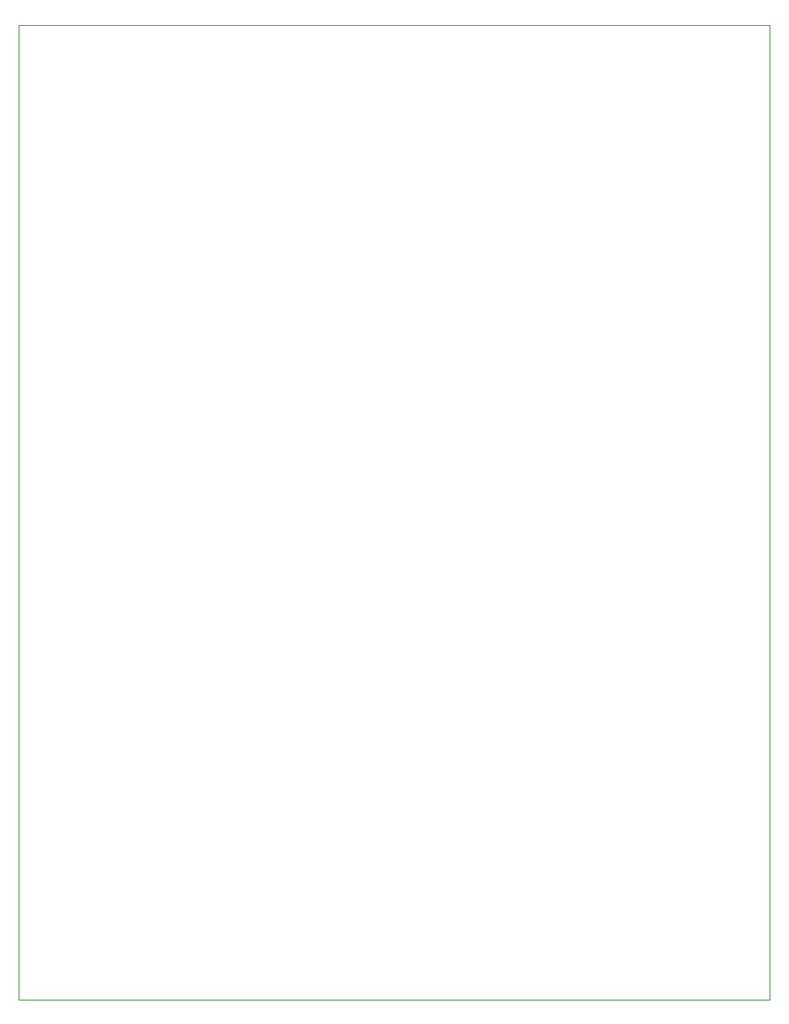
<source format=gbr>
%TF.GenerationSoftware,KiCad,Pcbnew,(6.0.1)*%
%TF.CreationDate,2022-03-26T18:04:58-07:00*%
%TF.ProjectId,data_logger_wsu_racing_v0.3.kicad_pro,64617461-5f6c-46f6-9767-65725f777375,rev?*%
%TF.SameCoordinates,Original*%
%TF.FileFunction,Profile,NP*%
%FSLAX46Y46*%
G04 Gerber Fmt 4.6, Leading zero omitted, Abs format (unit mm)*
G04 Created by KiCad (PCBNEW (6.0.1)) date 2022-03-26 18:04:58*
%MOMM*%
%LPD*%
G01*
G04 APERTURE LIST*
%TA.AperFunction,Profile*%
%ADD10C,0.050000*%
%TD*%
G04 APERTURE END LIST*
D10*
X128270000Y-24892000D02*
X49784000Y-24892000D01*
X49784000Y-24892000D02*
X49784000Y-126746000D01*
X49784000Y-126746000D02*
X128270000Y-126746000D01*
X128270000Y-126746000D02*
X128270000Y-24892000D01*
M02*

</source>
